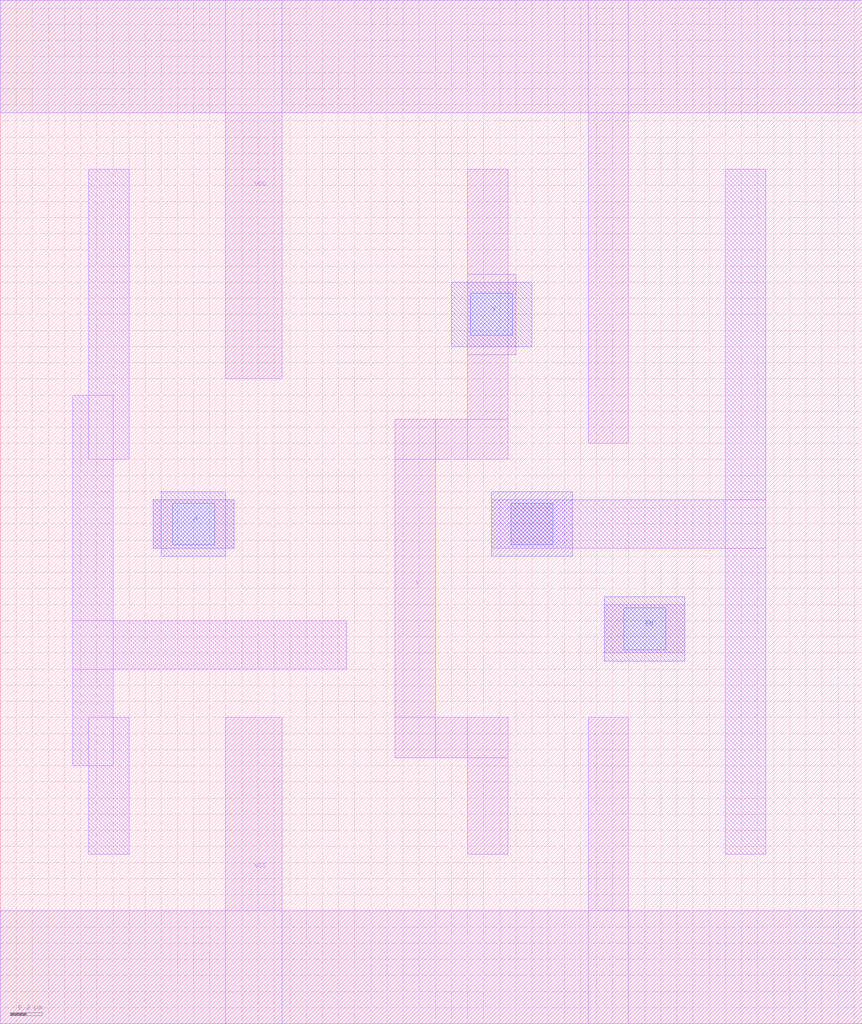
<source format=lef>
# Copyright 2022 Google LLC
# Licensed under the Apache License, Version 2.0 (the "License");
# you may not use this file except in compliance with the License.
# You may obtain a copy of the License at
#
#      http://www.apache.org/licenses/LICENSE-2.0
#
# Unless required by applicable law or agreed to in writing, software
# distributed under the License is distributed on an "AS IS" BASIS,
# WITHOUT WARRANTIES OR CONDITIONS OF ANY KIND, either express or implied.
# See the License for the specific language governing permissions and
# limitations under the License.
VERSION 5.7 ;
BUSBITCHARS "[]" ;
DIVIDERCHAR "/" ;

MACRO gf180mcu_osu_sc_gp9t3v3__tbuf_1
  CLASS CORE ;
  ORIGIN 0 0 ;
  FOREIGN gf180mcu_osu_sc_gp9t3v3__tbuf_1 0 0 ;
  SIZE 5.35 BY 6.35 ;
  SYMMETRY X Y ;
  SITE gf180mcu_osu_sc_gp9t3v3 ;
  PIN VDD
    DIRECTION INOUT ;
    USE POWER ;
    SHAPE ABUTMENT ;
    PORT
      LAYER Metal1 ;
        RECT 0 5.65 5.35 6.35 ;
        RECT 3.65 3.6 3.9 6.35 ;
        RECT 1.4 4 1.75 6.35 ;
    END
  END VDD
  PIN VSS
    DIRECTION INOUT ;
    USE GROUND ;
    SHAPE ABUTMENT ;
    PORT
      LAYER Metal1 ;
        RECT 0 0 5.35 0.7 ;
        RECT 3.65 0 3.9 1.9 ;
        RECT 1.4 0 1.75 1.9 ;
    END
  END VSS
  PIN A
    DIRECTION INPUT ;
    USE SIGNAL ;
    PORT
      LAYER Metal1 ;
        RECT 0.95 2.95 1.45 3.25 ;
      LAYER Metal2 ;
        RECT 0.95 2.95 1.45 3.25 ;
        RECT 1 2.9 1.4 3.3 ;
      LAYER Via1 ;
        RECT 1.07 2.97 1.33 3.23 ;
    END
  END A
  PIN EN
    DIRECTION INPUT ;
    USE SIGNAL ;
    PORT
      LAYER Metal1 ;
        RECT 3.75 2.3 4.25 2.6 ;
      LAYER Metal2 ;
        RECT 3.75 2.25 4.25 2.65 ;
      LAYER Via1 ;
        RECT 3.87 2.32 4.13 2.58 ;
    END
  END EN
  PIN Y
    DIRECTION OUTPUT ;
    USE SIGNAL ;
    PORT
      LAYER Metal1 ;
        RECT 2.9 4.15 3.2 4.65 ;
        RECT 2.9 3.5 3.15 5.3 ;
        RECT 2.45 1.65 3.15 1.9 ;
        RECT 2.9 1.05 3.15 1.9 ;
        RECT 2.45 3.5 3.15 3.75 ;
        RECT 2.45 1.65 2.7 3.75 ;
      LAYER Metal2 ;
        RECT 2.8 4.2 3.3 4.6 ;
      LAYER Via1 ;
        RECT 2.92 4.27 3.18 4.53 ;
    END
  END Y
  OBS
    LAYER Metal2 ;
      RECT 3.05 2.9 3.55 3.3 ;
    LAYER Via1 ;
      RECT 3.17 2.97 3.43 3.23 ;
    LAYER Metal1 ;
      RECT 4.5 1.05 4.75 5.3 ;
      RECT 3.05 2.95 4.75 3.25 ;
      RECT 0.55 3.5 0.8 5.3 ;
      RECT 0.45 1.6 0.7 3.9 ;
      RECT 0.45 2.2 2.15 2.5 ;
      RECT 0.55 1.05 0.8 1.9 ;
  END
END gf180mcu_osu_sc_gp9t3v3__tbuf_1

</source>
